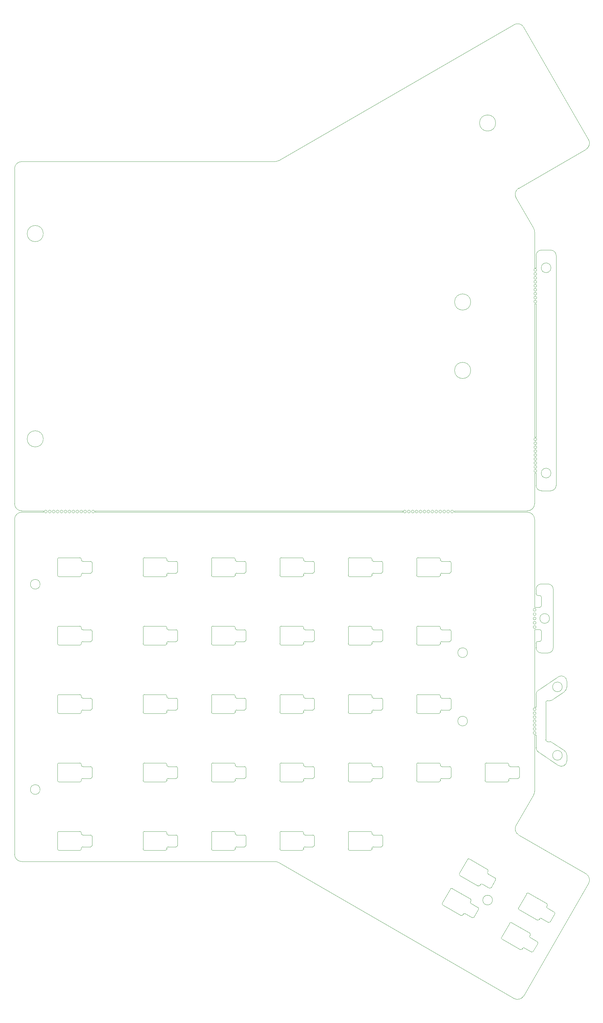
<source format=gm1>
G04 #@! TF.GenerationSoftware,KiCad,Pcbnew,(5.0.2)-1*
G04 #@! TF.CreationDate,2019-04-21T02:01:40-04:00*
G04 #@! TF.ProjectId,Zen2,5a656e32-2e6b-4696-9361-645f70636258,rev?*
G04 #@! TF.SameCoordinates,Original*
G04 #@! TF.FileFunction,Profile,NP*
%FSLAX46Y46*%
G04 Gerber Fmt 4.6, Leading zero omitted, Abs format (unit mm)*
G04 Created by KiCad (PCBNEW (5.0.2)-1) date 4/21/2019 2:01:40 AM*
%MOMM*%
%LPD*%
G01*
G04 APERTURE LIST*
%ADD10C,0.100000*%
G04 APERTURE END LIST*
D10*
X148558500Y-188000000D02*
X148558500Y-187800000D01*
X142358500Y-188400000D02*
G75*
G02X141958500Y-188000000I0J400000D01*
G01*
X148558500Y-187800000D02*
G75*
G02X148958500Y-187400000I400000J0D01*
G01*
X148558500Y-188000000D02*
G75*
G02X148158500Y-188400000I-400000J0D01*
G01*
X142358500Y-188400000D02*
X148158500Y-188400000D01*
X151158500Y-165050000D02*
G75*
G02X151558500Y-165450000I0J-400000D01*
G01*
X175368500Y-148900000D02*
X175368500Y-146400000D01*
X142358500Y-150300000D02*
X148158500Y-150300000D01*
X151158500Y-184100000D02*
G75*
G02X151558500Y-184500000I0J-400000D01*
G01*
X151158500Y-184100000D02*
X148958500Y-184100000D01*
X148558500Y-183700000D02*
X148558500Y-183500000D01*
X148158500Y-183100000D02*
G75*
G02X148558500Y-183500000I0J-400000D01*
G01*
X148158500Y-164050000D02*
X142358500Y-164050000D01*
X151158500Y-165050000D02*
X148958500Y-165050000D01*
X151158500Y-146000000D02*
G75*
G02X151558500Y-146400000I0J-400000D01*
G01*
X171968500Y-145000000D02*
X166168500Y-145000000D01*
X148558500Y-168950000D02*
G75*
G02X148158500Y-169350000I-400000J0D01*
G01*
X151558500Y-167950000D02*
G75*
G02X151158500Y-168350000I-400000J0D01*
G01*
X148558500Y-164650000D02*
X148558500Y-164450000D01*
X148158500Y-164050000D02*
G75*
G02X148558500Y-164450000I0J-400000D01*
G01*
X141958500Y-145400000D02*
G75*
G02X142358500Y-145000000I400000J0D01*
G01*
X166168500Y-150300000D02*
G75*
G02X165768500Y-149900000I0J400000D01*
G01*
X151558500Y-148900000D02*
G75*
G02X151158500Y-149300000I-400000J0D01*
G01*
X148958500Y-146000000D02*
G75*
G02X148558500Y-145600000I0J400000D01*
G01*
X172368500Y-149900000D02*
X172368500Y-149700000D01*
X165768500Y-145400000D02*
X165768500Y-149900000D01*
X148158500Y-145000000D02*
G75*
G02X148558500Y-145400000I0J-400000D01*
G01*
X165768500Y-145400000D02*
G75*
G02X166168500Y-145000000I400000J0D01*
G01*
X229118500Y-202150000D02*
X223318500Y-202150000D01*
X223318500Y-207450000D02*
X229118500Y-207450000D01*
X141958500Y-164450000D02*
G75*
G02X142358500Y-164050000I400000J0D01*
G01*
X148558500Y-145600000D02*
X148558500Y-145400000D01*
X171968500Y-145000000D02*
G75*
G02X172368500Y-145400000I0J-400000D01*
G01*
X148558500Y-149900000D02*
X148558500Y-149700000D01*
X151158500Y-146000000D02*
X148958500Y-146000000D01*
X172368500Y-149700000D02*
G75*
G02X172768500Y-149300000I400000J0D01*
G01*
X148958500Y-149300000D02*
X151158500Y-149300000D01*
X142358500Y-169350000D02*
G75*
G02X141958500Y-168950000I0J400000D01*
G01*
X148558500Y-168950000D02*
X148558500Y-168750000D01*
X151558500Y-167950000D02*
X151558500Y-165450000D01*
X166168500Y-150300000D02*
X171968500Y-150300000D01*
X174968500Y-146000000D02*
X172768500Y-146000000D01*
X172368500Y-145600000D02*
X172368500Y-145400000D01*
X141958500Y-164450000D02*
X141958500Y-168950000D01*
X142358500Y-169350000D02*
X148158500Y-169350000D01*
X229518500Y-206850000D02*
G75*
G02X229918500Y-206450000I400000J0D01*
G01*
X148958500Y-168350000D02*
X151158500Y-168350000D01*
X148558500Y-168750000D02*
G75*
G02X148958500Y-168350000I400000J0D01*
G01*
X148558500Y-149700000D02*
G75*
G02X148958500Y-149300000I400000J0D01*
G01*
X148558500Y-149900000D02*
G75*
G02X148158500Y-150300000I-400000J0D01*
G01*
X229518500Y-207050000D02*
G75*
G02X229118500Y-207450000I-400000J0D01*
G01*
X148958500Y-165050000D02*
G75*
G02X148558500Y-164650000I0J400000D01*
G01*
X141958500Y-145400000D02*
X141958500Y-149900000D01*
X142358500Y-150300000D02*
G75*
G02X141958500Y-149900000I0J400000D01*
G01*
X229518500Y-207050000D02*
X229518500Y-206850000D01*
X151558500Y-148900000D02*
X151558500Y-146400000D01*
X148958500Y-187400000D02*
X151158500Y-187400000D01*
X172768500Y-146000000D02*
G75*
G02X172368500Y-145600000I0J400000D01*
G01*
X222918500Y-202550000D02*
G75*
G02X223318500Y-202150000I400000J0D01*
G01*
X174968500Y-146000000D02*
G75*
G02X175368500Y-146400000I0J-400000D01*
G01*
X151558500Y-187000000D02*
G75*
G02X151158500Y-187400000I-400000J0D01*
G01*
X151558500Y-187000000D02*
X151558500Y-184500000D01*
X148958500Y-184100000D02*
G75*
G02X148558500Y-183700000I0J400000D01*
G01*
X172768500Y-149300000D02*
X174968500Y-149300000D01*
X148158500Y-145000000D02*
X142358500Y-145000000D01*
X222918500Y-202550000D02*
X222918500Y-207050000D01*
X172368500Y-149900000D02*
G75*
G02X171968500Y-150300000I-400000J0D01*
G01*
X223318500Y-207450000D02*
G75*
G02X222918500Y-207050000I0J400000D01*
G01*
X175368500Y-148900000D02*
G75*
G02X174968500Y-149300000I-400000J0D01*
G01*
X213068500Y-203150000D02*
X210868500Y-203150000D01*
X148958500Y-126950000D02*
G75*
G02X148558500Y-126550000I0J400000D01*
G01*
X229518500Y-202750000D02*
X229518500Y-202550000D01*
X229918500Y-206450000D02*
X232118500Y-206450000D01*
X232518500Y-206050000D02*
G75*
G02X232118500Y-206450000I-400000J0D01*
G01*
X210068500Y-202150000D02*
G75*
G02X210468500Y-202550000I0J-400000D01*
G01*
X203868500Y-202550000D02*
G75*
G02X204268500Y-202150000I400000J0D01*
G01*
X148558500Y-130650000D02*
G75*
G02X148958500Y-130250000I400000J0D01*
G01*
X151158500Y-126950000D02*
X148958500Y-126950000D01*
X166168500Y-207450000D02*
G75*
G02X165768500Y-207050000I0J400000D01*
G01*
X232518500Y-206050000D02*
X232518500Y-203550000D01*
X232118500Y-203150000D02*
G75*
G02X232518500Y-203550000I0J-400000D01*
G01*
X204268500Y-207450000D02*
G75*
G02X203868500Y-207050000I0J400000D01*
G01*
X191818500Y-206450000D02*
X194018500Y-206450000D01*
X148158500Y-125950000D02*
G75*
G02X148558500Y-126350000I0J-400000D01*
G01*
X172368500Y-207050000D02*
G75*
G02X171968500Y-207450000I-400000J0D01*
G01*
X191418500Y-207050000D02*
X191418500Y-206850000D01*
X232118500Y-203150000D02*
X229918500Y-203150000D01*
X229918500Y-203150000D02*
G75*
G02X229518500Y-202750000I0J400000D01*
G01*
X184818500Y-202550000D02*
G75*
G02X185218500Y-202150000I400000J0D01*
G01*
X191418500Y-206850000D02*
G75*
G02X191818500Y-206450000I400000J0D01*
G01*
X210468500Y-207050000D02*
X210468500Y-206850000D01*
X194018500Y-203150000D02*
X191818500Y-203150000D01*
X213468500Y-206050000D02*
X213468500Y-203550000D01*
X191418500Y-207050000D02*
G75*
G02X191018500Y-207450000I-400000J0D01*
G01*
X229118500Y-202150000D02*
G75*
G02X229518500Y-202550000I0J-400000D01*
G01*
X185218500Y-207450000D02*
X191018500Y-207450000D01*
X166168500Y-207450000D02*
X171968500Y-207450000D01*
X151558500Y-129850000D02*
G75*
G02X151158500Y-130250000I-400000J0D01*
G01*
X172368500Y-206850000D02*
G75*
G02X172768500Y-206450000I400000J0D01*
G01*
X210068500Y-202150000D02*
X204268500Y-202150000D01*
X204268500Y-207450000D02*
X210068500Y-207450000D01*
X210468500Y-202750000D02*
X210468500Y-202550000D01*
X184818500Y-202550000D02*
X184818500Y-207050000D01*
X191818500Y-203150000D02*
G75*
G02X191418500Y-202750000I0J400000D01*
G01*
X194418500Y-206050000D02*
X194418500Y-203550000D01*
X194018500Y-203150000D02*
G75*
G02X194418500Y-203550000I0J-400000D01*
G01*
X213068500Y-203150000D02*
G75*
G02X213468500Y-203550000I0J-400000D01*
G01*
X210868500Y-203150000D02*
G75*
G02X210468500Y-202750000I0J400000D01*
G01*
X141958500Y-126350000D02*
X141958500Y-130850000D01*
X191018500Y-202150000D02*
X185218500Y-202150000D01*
X185218500Y-207450000D02*
G75*
G02X184818500Y-207050000I0J400000D01*
G01*
X191418500Y-202750000D02*
X191418500Y-202550000D01*
X148558500Y-130850000D02*
G75*
G02X148158500Y-131250000I-400000J0D01*
G01*
X142358500Y-131250000D02*
G75*
G02X141958500Y-130850000I0J400000D01*
G01*
X165768500Y-202550000D02*
G75*
G02X166168500Y-202150000I400000J0D01*
G01*
X171968500Y-202150000D02*
X166168500Y-202150000D01*
X165768500Y-202550000D02*
X165768500Y-207050000D01*
X141958500Y-126350000D02*
G75*
G02X142358500Y-125950000I400000J0D01*
G01*
X151558500Y-129850000D02*
X151558500Y-127350000D01*
X172368500Y-207050000D02*
X172368500Y-206850000D01*
X210468500Y-207050000D02*
G75*
G02X210068500Y-207450000I-400000J0D01*
G01*
X148158500Y-125950000D02*
X142358500Y-125950000D01*
X142358500Y-131250000D02*
X148158500Y-131250000D01*
X151158500Y-126950000D02*
G75*
G02X151558500Y-127350000I0J-400000D01*
G01*
X203868500Y-202550000D02*
X203868500Y-207050000D01*
X213468500Y-206050000D02*
G75*
G02X213068500Y-206450000I-400000J0D01*
G01*
X194418500Y-206050000D02*
G75*
G02X194018500Y-206450000I-400000J0D01*
G01*
X191018500Y-202150000D02*
G75*
G02X191418500Y-202550000I0J-400000D01*
G01*
X148558500Y-130850000D02*
X148558500Y-130650000D01*
X210868500Y-206450000D02*
X213068500Y-206450000D01*
X148958500Y-130250000D02*
X151158500Y-130250000D01*
X210468500Y-206850000D02*
G75*
G02X210868500Y-206450000I400000J0D01*
G01*
X148558500Y-126550000D02*
X148558500Y-126350000D01*
X257148260Y-222209179D02*
G75*
G02X257001850Y-221662769I200000J346410D01*
G01*
X148158500Y-202150000D02*
X142358500Y-202150000D01*
X148158500Y-202150000D02*
G75*
G02X148558500Y-202550000I0J-400000D01*
G01*
X141958500Y-183500000D02*
G75*
G02X142358500Y-183100000I400000J0D01*
G01*
X276099635Y-226684436D02*
G75*
G02X275553224Y-226830847I-346411J200000D01*
G01*
X151558500Y-206050000D02*
G75*
G02X151158500Y-206450000I-400000J0D01*
G01*
X148958500Y-203150000D02*
G75*
G02X148558500Y-202750000I0J400000D01*
G01*
X278203224Y-222240912D02*
X273180277Y-219340912D01*
X272633867Y-219487322D02*
G75*
G02X273180277Y-219340912I346410J-200000D01*
G01*
X273453224Y-230468153D02*
X268430277Y-227568153D01*
X272633867Y-219487322D02*
X270383867Y-223384436D01*
X270530277Y-223930847D02*
X275553224Y-226830847D01*
X257001850Y-221662769D02*
X257101850Y-221489564D01*
X276746044Y-226364821D02*
X278651300Y-227464821D01*
X273499634Y-231187769D02*
X273599634Y-231014564D01*
X251386083Y-218189564D02*
X249136083Y-222086678D01*
X151158500Y-203150000D02*
X148958500Y-203150000D01*
X265780277Y-232158088D02*
X270803224Y-235058088D01*
X271349634Y-234911678D02*
G75*
G02X270803224Y-235058088I-346410J200000D01*
G01*
X259053516Y-223309179D02*
X257148260Y-222209179D01*
X142358500Y-207450000D02*
X148158500Y-207450000D01*
X255498260Y-225067063D02*
X257403516Y-226167063D01*
X276099634Y-226684436D02*
X276199634Y-226511231D01*
X148958500Y-206450000D02*
X151158500Y-206450000D01*
X276199634Y-226511231D02*
G75*
G02X276746044Y-226364821I346410J-200000D01*
G01*
X274447711Y-235545652D02*
G75*
G02X273901300Y-235692063I-346411J200000D01*
G01*
X267883867Y-227714564D02*
X265633867Y-231611678D01*
X254851850Y-225386678D02*
X254951850Y-225213473D01*
X256955440Y-220943154D02*
G75*
G02X257101850Y-221489564I-200000J-346410D01*
G01*
X148158500Y-183100000D02*
X142358500Y-183100000D01*
X151158500Y-203150000D02*
G75*
G02X151558500Y-203550000I0J-400000D01*
G01*
X256955440Y-220943153D02*
X251932493Y-218043153D01*
X265780277Y-232158088D02*
G75*
G02X265633867Y-231611678I200000J346410D01*
G01*
X148558500Y-206850000D02*
G75*
G02X148958500Y-206450000I400000J0D01*
G01*
X141958500Y-202550000D02*
X141958500Y-207050000D01*
X142358500Y-207450000D02*
G75*
G02X141958500Y-207050000I0J400000D01*
G01*
X273453224Y-230468154D02*
G75*
G02X273599634Y-231014564I-200000J-346410D01*
G01*
X271449634Y-234738473D02*
G75*
G02X271996044Y-234592063I346410J-200000D01*
G01*
X257949927Y-226020652D02*
G75*
G02X257403516Y-226167063I-346411J200000D01*
G01*
X275551300Y-232834179D02*
G75*
G02X275697710Y-233380589I-200000J-346410D01*
G01*
X141958500Y-202550000D02*
G75*
G02X142358500Y-202150000I400000J0D01*
G01*
X151558500Y-206050000D02*
X151558500Y-203550000D01*
X148558500Y-202750000D02*
X148558500Y-202550000D01*
X141958500Y-183500000D02*
X141958500Y-188000000D01*
X278396044Y-223506937D02*
G75*
G02X278249634Y-222960527I200000J346410D01*
G01*
X278249634Y-222960527D02*
X278349634Y-222787322D01*
X278203224Y-222240912D02*
G75*
G02X278349634Y-222787322I-200000J-346410D01*
G01*
X270530277Y-223930846D02*
G75*
G02X270383867Y-223384436I200000J346410D01*
G01*
X274447710Y-235545652D02*
X275697710Y-233380589D01*
X267883866Y-227714564D02*
G75*
G02X268430277Y-227568153I346411J-200000D01*
G01*
X257949927Y-226020652D02*
X259199927Y-223855589D01*
X148558500Y-207050000D02*
G75*
G02X148158500Y-207450000I-400000J0D01*
G01*
X259053516Y-223309178D02*
G75*
G02X259199927Y-223855589I-200000J-346411D01*
G01*
X249282493Y-222633088D02*
G75*
G02X249136083Y-222086678I200000J346410D01*
G01*
X251386082Y-218189564D02*
G75*
G02X251932493Y-218043153I346411J-200000D01*
G01*
X279197710Y-227318411D02*
G75*
G02X278651300Y-227464821I-346410J200000D01*
G01*
X271996044Y-234592063D02*
X273901300Y-235692063D01*
X249282493Y-222633088D02*
X254305440Y-225533088D01*
X254951850Y-225213473D02*
G75*
G02X255498260Y-225067063I346410J-200000D01*
G01*
X148558500Y-207050000D02*
X148558500Y-206850000D01*
X271349634Y-234911678D02*
X271449634Y-234738473D01*
X254851850Y-225386678D02*
G75*
G02X254305440Y-225533088I-346410J200000D01*
G01*
X275551300Y-232834179D02*
X273646044Y-231734179D01*
X273646044Y-231734179D02*
G75*
G02X273499634Y-231187769I200000J346410D01*
G01*
X129968500Y-17668750D02*
G75*
G02X131968500Y-15668750I2000000J0D01*
G01*
X274843500Y-175350000D02*
X275243500Y-175350000D01*
X274843500Y-102393750D02*
X274843500Y-110918750D01*
X289139809Y-213948190D02*
G75*
G02X289871860Y-216680241I-1000000J-1732051D01*
G01*
X274843500Y-175350000D02*
X274843500Y-190964102D01*
X129968500Y-115300000D02*
X129968500Y-208550000D01*
X131968500Y-113300000D02*
X138056000Y-113300000D01*
X275243500Y-168150000D02*
G75*
G03X275243500Y-168150000I-400000J0D01*
G01*
X131968500Y-15668750D02*
X202518072Y-15668750D01*
X275243500Y-41818750D02*
G75*
G02X276743500Y-40318750I1500000J0D01*
G01*
X275243500Y-144075000D02*
G75*
G03X275243500Y-144075000I-400000J0D01*
G01*
X276743500Y-107318750D02*
G75*
G02X275243500Y-105818750I0J1500000D01*
G01*
X274843500Y-190964102D02*
G75*
G02X274575551Y-191964102I-2000000J0D01*
G01*
X269697226Y-25805141D02*
X274575551Y-34254648D01*
X276743500Y-107318750D02*
X279343500Y-107318750D01*
X275243500Y-169250000D02*
G75*
G03X275243500Y-169250000I-400000J0D01*
G01*
X275243500Y-145275000D02*
G75*
G03X275243500Y-145275000I-400000J0D01*
G01*
X275243500Y-142875000D02*
G75*
G03X275243500Y-142875000I-400000J0D01*
G01*
X271821860Y-247943759D02*
X289871860Y-216680241D01*
X289871859Y-9538509D02*
G75*
G02X289139809Y-12270559I-1732050J-1000000D01*
G01*
X275243500Y-173650000D02*
G75*
G03X275243500Y-173650000I-400000J0D01*
G01*
X271821859Y-247943759D02*
G75*
G02X269089809Y-248675809I-1732050J1000000D01*
G01*
X203518072Y-210817949D02*
X269089809Y-248675809D01*
X129968500Y-110918750D02*
X129968500Y-17668750D01*
X275243500Y-172550000D02*
G75*
G03X275243500Y-172550000I-400000J0D01*
G01*
X131968500Y-210550000D02*
G75*
G02X129968500Y-208550000I0J2000000D01*
G01*
X275243500Y-170350000D02*
G75*
G03X275243500Y-170350000I-400000J0D01*
G01*
X138056000Y-112918750D02*
X131968500Y-112918750D01*
X275911450Y-180091434D02*
G75*
G02X275243500Y-178843359I832050J1248075D01*
G01*
X275243500Y-45243750D02*
X274843500Y-45243750D01*
X279343500Y-40318750D02*
G75*
G02X280843500Y-41818750I0J-1500000D01*
G01*
X275243500Y-175350000D02*
X275243500Y-178843359D01*
X138056000Y-112918750D02*
X138056000Y-113300000D01*
X274575551Y-191964102D02*
X269697226Y-200413609D01*
X271821860Y21725009D02*
X289871860Y-9538509D01*
X270429276Y-203145659D02*
G75*
G02X269697226Y-200413609I1000000J1732050D01*
G01*
X289139809Y-213948191D02*
X270429276Y-203145659D01*
X274575551Y-34254648D02*
G75*
G02X274843500Y-35254648I-1732051J-1000000D01*
G01*
X202518072Y-210550000D02*
G75*
G02X203518072Y-210817949I0J-2000000D01*
G01*
X131968500Y-210550000D02*
X202518072Y-210550000D01*
X129968500Y-115300000D02*
G75*
G02X131968500Y-113300000I2000000J0D01*
G01*
X203518072Y-15400801D02*
G75*
G02X202518072Y-15668750I-1000000J1732051D01*
G01*
X280843500Y-105818750D02*
G75*
G02X279343500Y-107318750I-1500000J0D01*
G01*
X280843500Y-105818750D02*
X280843500Y-41818750D01*
X275243500Y-102393750D02*
X275243500Y-105818750D01*
X289139809Y-12270559D02*
X270429276Y-23073091D01*
X275443500Y-101793750D02*
G75*
G03X275443500Y-101793750I-400000J0D01*
G01*
X275243500Y-174750000D02*
G75*
G03X275243500Y-174750000I-400000J0D01*
G01*
X275243500Y-171450000D02*
G75*
G03X275243500Y-171450000I-400000J0D01*
G01*
X275243500Y-41818750D02*
X275243500Y-45243750D01*
X203518072Y-15400801D02*
X269089809Y22457059D01*
X269697226Y-25805141D02*
G75*
G02X270429276Y-23073091I1732050J1000000D01*
G01*
X274843500Y-102393750D02*
X275243500Y-102393750D01*
X274843500Y-35254648D02*
X274843500Y-45243750D01*
X131968500Y-112918750D02*
G75*
G02X129968500Y-110918750I0J2000000D01*
G01*
X269089809Y22457060D02*
G75*
G02X271821860Y21725009I1000000J-1732051D01*
G01*
X279343500Y-40318750D02*
X276743500Y-40318750D01*
X174968500Y-165050000D02*
X172768500Y-165050000D01*
X142356000Y-113109375D02*
G75*
G03X142356000Y-113109375I-400000J0D01*
G01*
X243468500Y-113109375D02*
G75*
G03X243468500Y-113109375I-400000J0D01*
G01*
X172368500Y-188000000D02*
G75*
G02X171968500Y-188400000I-400000J0D01*
G01*
X172368500Y-188000000D02*
X172368500Y-187800000D01*
X175368500Y-187000000D02*
X175368500Y-184500000D01*
X172368500Y-168950000D02*
X172368500Y-168750000D01*
X146756000Y-113109375D02*
G75*
G03X146756000Y-113109375I-400000J0D01*
G01*
X150056000Y-113109375D02*
G75*
G03X150056000Y-113109375I-400000J0D01*
G01*
X171968500Y-164050000D02*
X166168500Y-164050000D01*
X172368500Y-183700000D02*
X172368500Y-183500000D01*
X171968500Y-183100000D02*
G75*
G02X172368500Y-183500000I0J-400000D01*
G01*
X165768500Y-164450000D02*
G75*
G02X166168500Y-164050000I400000J0D01*
G01*
X166168500Y-169350000D02*
X171968500Y-169350000D01*
X172368500Y-168750000D02*
G75*
G02X172768500Y-168350000I400000J0D01*
G01*
X172768500Y-165050000D02*
G75*
G02X172368500Y-164650000I0J400000D01*
G01*
X239068500Y-113109375D02*
G75*
G03X239068500Y-113109375I-400000J0D01*
G01*
X247868500Y-113109375D02*
G75*
G03X247868500Y-113109375I-400000J0D01*
G01*
X250068500Y-113109375D02*
G75*
G03X250068500Y-113109375I-400000J0D01*
G01*
X248968500Y-113109375D02*
G75*
G03X248968500Y-113109375I-400000J0D01*
G01*
X251168500Y-113109375D02*
G75*
G03X251168500Y-113109375I-400000J0D01*
G01*
X172368500Y-168950000D02*
G75*
G02X171968500Y-169350000I-400000J0D01*
G01*
X141256000Y-113109375D02*
G75*
G03X141256000Y-113109375I-400000J0D01*
G01*
X152256000Y-113109375D02*
G75*
G03X152256000Y-113109375I-400000J0D01*
G01*
X165768500Y-164450000D02*
X165768500Y-168950000D01*
X172768500Y-206450000D02*
X174968500Y-206450000D01*
X174968500Y-203150000D02*
X172768500Y-203150000D01*
X172768500Y-187400000D02*
X174968500Y-187400000D01*
X166168500Y-188400000D02*
X171968500Y-188400000D01*
X147856000Y-113109375D02*
G75*
G03X147856000Y-113109375I-400000J0D01*
G01*
X175368500Y-187000000D02*
G75*
G02X174968500Y-187400000I-400000J0D01*
G01*
X174968500Y-184100000D02*
G75*
G02X175368500Y-184500000I0J-400000D01*
G01*
X175368500Y-167950000D02*
G75*
G02X174968500Y-168350000I-400000J0D01*
G01*
X172368500Y-164650000D02*
X172368500Y-164450000D01*
X245668500Y-113109375D02*
G75*
G03X245668500Y-113109375I-400000J0D01*
G01*
X175368500Y-206050000D02*
G75*
G02X174968500Y-206450000I-400000J0D01*
G01*
X175368500Y-167950000D02*
X175368500Y-165450000D01*
X175368500Y-206050000D02*
X175368500Y-203550000D01*
X172368500Y-187800000D02*
G75*
G02X172768500Y-187400000I400000J0D01*
G01*
X140156000Y-113109375D02*
G75*
G03X140156000Y-113109375I-400000J0D01*
G01*
X171968500Y-164050000D02*
G75*
G02X172368500Y-164450000I0J-400000D01*
G01*
X174968500Y-203150000D02*
G75*
G02X175368500Y-203550000I0J-400000D01*
G01*
X144556000Y-113109375D02*
G75*
G03X144556000Y-113109375I-400000J0D01*
G01*
X172768500Y-203150000D02*
G75*
G02X172368500Y-202750000I0J400000D01*
G01*
X172368500Y-202750000D02*
X172368500Y-202550000D01*
X171968500Y-202150000D02*
G75*
G02X172368500Y-202550000I0J-400000D01*
G01*
X171968500Y-183100000D02*
X166168500Y-183100000D01*
X165768500Y-183500000D02*
G75*
G02X166168500Y-183100000I400000J0D01*
G01*
X172768500Y-184100000D02*
G75*
G02X172368500Y-183700000I0J400000D01*
G01*
X143456000Y-113109375D02*
G75*
G03X143456000Y-113109375I-400000J0D01*
G01*
X151156000Y-113109375D02*
G75*
G03X151156000Y-113109375I-400000J0D01*
G01*
X148956000Y-113109375D02*
G75*
G03X148956000Y-113109375I-400000J0D01*
G01*
X172768500Y-168350000D02*
X174968500Y-168350000D01*
X241268500Y-113109375D02*
G75*
G03X241268500Y-113109375I-400000J0D01*
G01*
X246768500Y-113109375D02*
G75*
G03X246768500Y-113109375I-400000J0D01*
G01*
X240168500Y-113109375D02*
G75*
G03X240168500Y-113109375I-400000J0D01*
G01*
X244568500Y-113109375D02*
G75*
G03X244568500Y-113109375I-400000J0D01*
G01*
X174968500Y-184100000D02*
X172768500Y-184100000D01*
X174968500Y-165050000D02*
G75*
G02X175368500Y-165450000I0J-400000D01*
G01*
X165768500Y-183500000D02*
X165768500Y-188000000D01*
X145656000Y-113109375D02*
G75*
G03X145656000Y-113109375I-400000J0D01*
G01*
X166168500Y-169350000D02*
G75*
G02X165768500Y-168950000I0J400000D01*
G01*
X166168500Y-188400000D02*
G75*
G02X165768500Y-188000000I0J400000D01*
G01*
X242368500Y-113109375D02*
G75*
G03X242368500Y-113109375I-400000J0D01*
G01*
X252468500Y-113300000D02*
X252468500Y-112918750D01*
X276743500Y-139275000D02*
G75*
G02X276243500Y-139775000I-500000J0D01*
G01*
X278543500Y-133255000D02*
G75*
G02X280043500Y-134755000I0J-1500000D01*
G01*
X275243500Y-134755000D02*
G75*
G02X276743500Y-133255000I1500000J0D01*
G01*
X280043500Y-150995000D02*
G75*
G02X278543500Y-152495000I-1500000J0D01*
G01*
X275243500Y-149775000D02*
G75*
G02X275743500Y-149275000I500000J0D01*
G01*
X283803499Y-161978038D02*
G75*
G02X283135550Y-163226113I-1499999J0D01*
G01*
X279475682Y-165666025D02*
G75*
G02X279198332Y-165750000I-277350J416025D01*
G01*
X252268500Y-113109375D02*
G75*
G03X252268500Y-113109375I-400000J0D01*
G01*
X283803500Y-182550025D02*
X283803500Y-180921962D01*
X139056000Y-113109375D02*
G75*
G03X139056000Y-113109375I-400000J0D01*
G01*
X275243500Y-55243750D02*
X275243500Y-92393750D01*
X274843500Y-55243750D02*
X275243500Y-55243750D01*
X274843500Y-55243750D02*
X274843500Y-92393750D01*
X137981000Y-92868750D02*
G75*
G03X137981000Y-92868750I-2250000J0D01*
G01*
X274843500Y-145975000D02*
X276243500Y-145975000D01*
X275743500Y-136475000D02*
X276243500Y-136475000D01*
X276243500Y-149275000D02*
X275743500Y-149275000D01*
X277943500Y-176650000D02*
X277943500Y-166250000D01*
X275243500Y-134755000D02*
X275243500Y-135975000D01*
X277943500Y-166250000D02*
G75*
G02X278443500Y-165750000I500000J0D01*
G01*
X275243500Y-92393750D02*
X274843500Y-92393750D01*
X263101000Y-221287000D02*
G75*
G03X263101000Y-221287000I-1350000J0D01*
G01*
X256143500Y-152400000D02*
G75*
G03X256143500Y-152400000I-1350000J0D01*
G01*
X257043500Y-54768750D02*
G75*
G03X257043500Y-54768750I-2250000J0D01*
G01*
X274843500Y-110918750D02*
G75*
G02X272843500Y-112918750I-2000000J0D01*
G01*
X252468500Y-113300000D02*
X272843500Y-113300000D01*
X275743500Y-136475000D02*
G75*
G02X275243500Y-135975000I0J500000D01*
G01*
X278543500Y-133255000D02*
X276743500Y-133255000D01*
X279198332Y-177150000D02*
X278443500Y-177150000D01*
X283803500Y-161978038D02*
X283803500Y-160349975D01*
X281471450Y-159101900D02*
G75*
G02X283803500Y-160349975I832050J-1248075D01*
G01*
X256143500Y-171450000D02*
G75*
G03X256143500Y-171450000I-1350000J0D01*
G01*
X274843500Y-145975000D02*
X274843500Y-167550000D01*
X137081000Y-190500000D02*
G75*
G03X137081000Y-190500000I-1350000J0D01*
G01*
X278443500Y-177150000D02*
G75*
G02X277943500Y-176650000I0J500000D01*
G01*
X137081000Y-133350000D02*
G75*
G03X137081000Y-133350000I-1350000J0D01*
G01*
X264001000Y-4931750D02*
G75*
G03X264001000Y-4931750I-2250000J0D01*
G01*
X283135550Y-179673887D02*
X279475682Y-177233975D01*
X275243500Y-164056641D02*
X275243500Y-167550000D01*
X257043500Y-73818750D02*
G75*
G03X257043500Y-73818750I-2250000J0D01*
G01*
X276243500Y-139775000D02*
X274843500Y-139775000D01*
X276743500Y-152495000D02*
X278543500Y-152495000D01*
X275243501Y-164056641D02*
G75*
G02X275911450Y-162808566I1499999J0D01*
G01*
X276743500Y-152495000D02*
G75*
G02X275243500Y-150995000I0J1500000D01*
G01*
X279475682Y-165666025D02*
X283135550Y-163226113D01*
X137981000Y-35718750D02*
G75*
G03X137981000Y-35718750I-2250000J0D01*
G01*
X272843500Y-113300000D02*
G75*
G02X274843500Y-115300000I0J-2000000D01*
G01*
X276743500Y-136975000D02*
X276743500Y-139275000D01*
X275243500Y-149775000D02*
X275243500Y-150995000D01*
X275243500Y-167550000D02*
X274843500Y-167550000D01*
X279198332Y-177150000D02*
G75*
G02X279475682Y-177233975I0J-500000D01*
G01*
X276243500Y-136475000D02*
G75*
G02X276743500Y-136975000I0J-500000D01*
G01*
X276743500Y-148775000D02*
G75*
G02X276243500Y-149275000I-500000J0D01*
G01*
X276243500Y-145975000D02*
G75*
G02X276743500Y-146475000I0J-500000D01*
G01*
X280043500Y-150995000D02*
X280043500Y-134755000D01*
X276743500Y-146475000D02*
X276743500Y-148775000D01*
X281471450Y-159101899D02*
X275911450Y-162808566D01*
X283135550Y-179673887D02*
G75*
G02X283803500Y-180921962I-832050J-1248075D01*
G01*
X283803500Y-182550024D02*
G75*
G02X281471450Y-183798101I-1500000J-1D01*
G01*
X274843500Y-115300000D02*
X274843500Y-139775000D01*
X278443500Y-165750000D02*
X279198332Y-165750000D01*
X275911450Y-180091434D02*
X281471450Y-183798101D01*
X272843500Y-112918750D02*
X252468500Y-112918750D01*
X191018500Y-164050000D02*
G75*
G02X191418500Y-164450000I0J-400000D01*
G01*
X203868500Y-164450000D02*
X203868500Y-168950000D01*
X203868500Y-164450000D02*
G75*
G02X204268500Y-164050000I400000J0D01*
G01*
X191418500Y-164650000D02*
X191418500Y-164450000D01*
X210068500Y-164050000D02*
X204268500Y-164050000D01*
X251168500Y-165050000D02*
G75*
G02X251568500Y-165450000I0J-400000D01*
G01*
X229918500Y-168350000D02*
X232118500Y-168350000D01*
X213068500Y-165050000D02*
G75*
G02X213468500Y-165450000I0J-400000D01*
G01*
X229518500Y-168750000D02*
G75*
G02X229918500Y-168350000I400000J0D01*
G01*
X248168500Y-164050000D02*
X242368500Y-164050000D01*
X248568500Y-168750000D02*
G75*
G02X248968500Y-168350000I400000J0D01*
G01*
X203868500Y-183500000D02*
X203868500Y-188000000D01*
X184818500Y-183500000D02*
X184818500Y-188000000D01*
X191418500Y-183700000D02*
X191418500Y-183500000D01*
X191418500Y-187800000D02*
G75*
G02X191818500Y-187400000I400000J0D01*
G01*
X229118500Y-164050000D02*
X223318500Y-164050000D01*
X194418500Y-187000000D02*
X194418500Y-184500000D01*
X213068500Y-165050000D02*
X210868500Y-165050000D01*
X223318500Y-169350000D02*
G75*
G02X222918500Y-168950000I0J400000D01*
G01*
X251168500Y-165050000D02*
X248968500Y-165050000D01*
X232518500Y-167950000D02*
X232518500Y-165450000D01*
X232118500Y-165050000D02*
G75*
G02X232518500Y-165450000I0J-400000D01*
G01*
X185218500Y-188400000D02*
G75*
G02X184818500Y-188000000I0J400000D01*
G01*
X191418500Y-188000000D02*
G75*
G02X191018500Y-188400000I-400000J0D01*
G01*
X232118500Y-165050000D02*
X229918500Y-165050000D01*
X229518500Y-168950000D02*
X229518500Y-168750000D01*
X229518500Y-164650000D02*
X229518500Y-164450000D01*
X184818500Y-183500000D02*
G75*
G02X185218500Y-183100000I400000J0D01*
G01*
X210468500Y-168950000D02*
X210468500Y-168750000D01*
X210468500Y-168750000D02*
G75*
G02X210868500Y-168350000I400000J0D01*
G01*
X213468500Y-167950000D02*
G75*
G02X213068500Y-168350000I-400000J0D01*
G01*
X213468500Y-167950000D02*
X213468500Y-165450000D01*
X210868500Y-165050000D02*
G75*
G02X210468500Y-164650000I0J400000D01*
G01*
X191418500Y-188000000D02*
X191418500Y-187800000D01*
X248968500Y-165050000D02*
G75*
G02X248568500Y-164650000I0J400000D01*
G01*
X191818500Y-187400000D02*
X194018500Y-187400000D01*
X194018500Y-184100000D02*
G75*
G02X194418500Y-184500000I0J-400000D01*
G01*
X222918500Y-164450000D02*
G75*
G02X223318500Y-164050000I400000J0D01*
G01*
X229518500Y-168950000D02*
G75*
G02X229118500Y-169350000I-400000J0D01*
G01*
X241968500Y-164450000D02*
G75*
G02X242368500Y-164050000I400000J0D01*
G01*
X248568500Y-164650000D02*
X248568500Y-164450000D01*
X241968500Y-164450000D02*
X241968500Y-168950000D01*
X229118500Y-164050000D02*
G75*
G02X229518500Y-164450000I0J-400000D01*
G01*
X232518500Y-167950000D02*
G75*
G02X232118500Y-168350000I-400000J0D01*
G01*
X210468500Y-164650000D02*
X210468500Y-164450000D01*
X251568500Y-167950000D02*
X251568500Y-165450000D01*
X222918500Y-164450000D02*
X222918500Y-168950000D01*
X229918500Y-165050000D02*
G75*
G02X229518500Y-164650000I0J400000D01*
G01*
X203868500Y-183500000D02*
G75*
G02X204268500Y-183100000I400000J0D01*
G01*
X185218500Y-188400000D02*
X191018500Y-188400000D01*
X248968500Y-168350000D02*
X251168500Y-168350000D01*
X248568500Y-168950000D02*
G75*
G02X248168500Y-169350000I-400000J0D01*
G01*
X251568500Y-167950000D02*
G75*
G02X251168500Y-168350000I-400000J0D01*
G01*
X191018500Y-183100000D02*
G75*
G02X191418500Y-183500000I0J-400000D01*
G01*
X194418500Y-187000000D02*
G75*
G02X194018500Y-187400000I-400000J0D01*
G01*
X191818500Y-184100000D02*
G75*
G02X191418500Y-183700000I0J400000D01*
G01*
X210068500Y-183100000D02*
X204268500Y-183100000D01*
X204268500Y-169350000D02*
G75*
G02X203868500Y-168950000I0J400000D01*
G01*
X194018500Y-184100000D02*
X191818500Y-184100000D01*
X242368500Y-169350000D02*
G75*
G02X241968500Y-168950000I0J400000D01*
G01*
X204268500Y-169350000D02*
X210068500Y-169350000D01*
X210468500Y-168950000D02*
G75*
G02X210068500Y-169350000I-400000J0D01*
G01*
X210068500Y-164050000D02*
G75*
G02X210468500Y-164450000I0J-400000D01*
G01*
X248568500Y-168950000D02*
X248568500Y-168750000D01*
X248168500Y-164050000D02*
G75*
G02X248568500Y-164450000I0J-400000D01*
G01*
X191018500Y-183100000D02*
X185218500Y-183100000D01*
X223318500Y-169350000D02*
X229118500Y-169350000D01*
X210868500Y-168350000D02*
X213068500Y-168350000D01*
X242368500Y-169350000D02*
X248168500Y-169350000D01*
X210468500Y-187800000D02*
G75*
G02X210868500Y-187400000I400000J0D01*
G01*
X213468500Y-187000000D02*
X213468500Y-184500000D01*
X248568500Y-187800000D02*
G75*
G02X248968500Y-187400000I400000J0D01*
G01*
X213068500Y-184100000D02*
X210868500Y-184100000D01*
X248568500Y-183700000D02*
X248568500Y-183500000D01*
X280301300Y-224606937D02*
X278396044Y-223506937D01*
X242368500Y-188400000D02*
G75*
G02X241968500Y-188000000I0J400000D01*
G01*
X210868500Y-184100000D02*
G75*
G02X210468500Y-183700000I0J400000D01*
G01*
X210468500Y-183700000D02*
X210468500Y-183500000D01*
X222918500Y-183500000D02*
X222918500Y-188000000D01*
X210068500Y-183100000D02*
G75*
G02X210468500Y-183500000I0J-400000D01*
G01*
X232118500Y-184100000D02*
X229918500Y-184100000D01*
X248568500Y-188000000D02*
X248568500Y-187800000D01*
X229118500Y-183100000D02*
X223318500Y-183100000D01*
X222918500Y-183500000D02*
G75*
G02X223318500Y-183100000I400000J0D01*
G01*
X223318500Y-188400000D02*
X229118500Y-188400000D01*
X229518500Y-188000000D02*
G75*
G02X229118500Y-188400000I-400000J0D01*
G01*
X229918500Y-187400000D02*
X232118500Y-187400000D01*
X232518500Y-187000000D02*
G75*
G02X232118500Y-187400000I-400000J0D01*
G01*
X251568500Y-187000000D02*
G75*
G02X251168500Y-187400000I-400000J0D01*
G01*
X262699926Y-217793411D02*
G75*
G02X262153516Y-217939821I-346410J200000D01*
G01*
X232518500Y-187000000D02*
X232518500Y-184500000D01*
X229918500Y-184100000D02*
G75*
G02X229518500Y-183700000I0J400000D01*
G01*
X248168500Y-183100000D02*
X242368500Y-183100000D01*
X248968500Y-184100000D02*
G75*
G02X248568500Y-183700000I0J400000D01*
G01*
X241968500Y-183500000D02*
G75*
G02X242368500Y-183100000I400000J0D01*
G01*
X256136083Y-209962322D02*
G75*
G02X256682493Y-209815912I346410J-200000D01*
G01*
X241968500Y-183500000D02*
X241968500Y-188000000D01*
X261751850Y-213435527D02*
X261851850Y-213262322D01*
X261705440Y-212715912D02*
G75*
G02X261851850Y-213262322I-200000J-346410D01*
G01*
X242368500Y-188400000D02*
X248168500Y-188400000D01*
X248568500Y-188000000D02*
G75*
G02X248168500Y-188400000I-400000J0D01*
G01*
X248968500Y-187400000D02*
X251168500Y-187400000D01*
X251568500Y-187000000D02*
X251568500Y-184500000D01*
X261705440Y-212715912D02*
X256682493Y-209815912D01*
X259601850Y-217159436D02*
X259701850Y-216986231D01*
X279197710Y-227318411D02*
X280447710Y-225153348D01*
X256136083Y-209962322D02*
X253886083Y-213859436D01*
X259701850Y-216986231D02*
G75*
G02X260248260Y-216839821I346410J-200000D01*
G01*
X248168500Y-183100000D02*
G75*
G02X248568500Y-183500000I0J-400000D01*
G01*
X263803516Y-215081937D02*
G75*
G02X263949927Y-215628348I-200000J-346411D01*
G01*
X263803516Y-215081937D02*
X261898260Y-213981937D01*
X280301300Y-224606938D02*
G75*
G02X280447710Y-225153348I-200000J-346410D01*
G01*
X262699927Y-217793411D02*
X263949927Y-215628348D01*
X254032493Y-214405847D02*
X259055440Y-217305847D01*
X254032493Y-214405846D02*
G75*
G02X253886083Y-213859436I200000J346410D01*
G01*
X210468500Y-188000000D02*
X210468500Y-187800000D01*
X213068500Y-184100000D02*
G75*
G02X213468500Y-184500000I0J-400000D01*
G01*
X229518500Y-188000000D02*
X229518500Y-187800000D01*
X229518500Y-187800000D02*
G75*
G02X229918500Y-187400000I400000J0D01*
G01*
X229118500Y-183100000D02*
G75*
G02X229518500Y-183500000I0J-400000D01*
G01*
X223318500Y-188400000D02*
G75*
G02X222918500Y-188000000I0J400000D01*
G01*
X204268500Y-188400000D02*
G75*
G02X203868500Y-188000000I0J400000D01*
G01*
X251168500Y-184100000D02*
G75*
G02X251568500Y-184500000I0J-400000D01*
G01*
X260248260Y-216839821D02*
X262153516Y-217939821D01*
X204268500Y-188400000D02*
X210068500Y-188400000D01*
X259601851Y-217159436D02*
G75*
G02X259055440Y-217305847I-346411J200000D01*
G01*
X210868500Y-187400000D02*
X213068500Y-187400000D01*
X213468500Y-187000000D02*
G75*
G02X213068500Y-187400000I-400000J0D01*
G01*
X261898260Y-213981937D02*
G75*
G02X261751850Y-213435527I200000J346410D01*
G01*
X251168500Y-184100000D02*
X248968500Y-184100000D01*
X229518500Y-183700000D02*
X229518500Y-183500000D01*
X232118500Y-184100000D02*
G75*
G02X232518500Y-184500000I0J-400000D01*
G01*
X210468500Y-188000000D02*
G75*
G02X210068500Y-188400000I-400000J0D01*
G01*
X229518500Y-149900000D02*
X229518500Y-149700000D01*
X194018500Y-165050000D02*
G75*
G02X194418500Y-165450000I0J-400000D01*
G01*
X194018500Y-165050000D02*
X191818500Y-165050000D01*
X229918500Y-146000000D02*
G75*
G02X229518500Y-145600000I0J400000D01*
G01*
X184818500Y-164450000D02*
X184818500Y-168950000D01*
X251568500Y-148900000D02*
X251568500Y-146400000D01*
X194418500Y-167950000D02*
X194418500Y-165450000D01*
X251168500Y-146000000D02*
X248968500Y-146000000D01*
X229518500Y-149700000D02*
G75*
G02X229918500Y-149300000I400000J0D01*
G01*
X229518500Y-145600000D02*
X229518500Y-145400000D01*
X213468500Y-148900000D02*
X213468500Y-146400000D01*
X248168500Y-145000000D02*
G75*
G02X248568500Y-145400000I0J-400000D01*
G01*
X213068500Y-146000000D02*
X210868500Y-146000000D01*
X210868500Y-146000000D02*
G75*
G02X210468500Y-145600000I0J400000D01*
G01*
X229518500Y-149900000D02*
G75*
G02X229118500Y-150300000I-400000J0D01*
G01*
X251168500Y-146000000D02*
G75*
G02X251568500Y-146400000I0J-400000D01*
G01*
X184818500Y-164450000D02*
G75*
G02X185218500Y-164050000I400000J0D01*
G01*
X194418500Y-167950000D02*
G75*
G02X194018500Y-168350000I-400000J0D01*
G01*
X222918500Y-145400000D02*
X222918500Y-149900000D01*
X248568500Y-149900000D02*
G75*
G02X248168500Y-150300000I-400000J0D01*
G01*
X223318500Y-150300000D02*
G75*
G02X222918500Y-149900000I0J400000D01*
G01*
X232118500Y-146000000D02*
G75*
G02X232518500Y-146400000I0J-400000D01*
G01*
X248568500Y-149900000D02*
X248568500Y-149700000D01*
X185218500Y-169350000D02*
G75*
G02X184818500Y-168950000I0J400000D01*
G01*
X213068500Y-146000000D02*
G75*
G02X213468500Y-146400000I0J-400000D01*
G01*
X191418500Y-145600000D02*
X191418500Y-145400000D01*
X191018500Y-145000000D02*
G75*
G02X191418500Y-145400000I0J-400000D01*
G01*
X210068500Y-145000000D02*
X204268500Y-145000000D01*
X203868500Y-145400000D02*
G75*
G02X204268500Y-145000000I400000J0D01*
G01*
X204268500Y-150300000D02*
G75*
G02X203868500Y-149900000I0J400000D01*
G01*
X229118500Y-145000000D02*
G75*
G02X229518500Y-145400000I0J-400000D01*
G01*
X242368500Y-150300000D02*
G75*
G02X241968500Y-149900000I0J400000D01*
G01*
X248568500Y-149700000D02*
G75*
G02X248968500Y-149300000I400000J0D01*
G01*
X191018500Y-164050000D02*
X185218500Y-164050000D01*
X210468500Y-149900000D02*
X210468500Y-149700000D01*
X248968500Y-149300000D02*
X251168500Y-149300000D01*
X191418500Y-168950000D02*
X191418500Y-168750000D01*
X210468500Y-145600000D02*
X210468500Y-145400000D01*
X229118500Y-145000000D02*
X223318500Y-145000000D01*
X210868500Y-149300000D02*
X213068500Y-149300000D01*
X222918500Y-145400000D02*
G75*
G02X223318500Y-145000000I400000J0D01*
G01*
X229918500Y-149300000D02*
X232118500Y-149300000D01*
X223318500Y-150300000D02*
X229118500Y-150300000D01*
X241968500Y-145400000D02*
X241968500Y-149900000D01*
X185218500Y-169350000D02*
X191018500Y-169350000D01*
X232518500Y-148900000D02*
G75*
G02X232118500Y-149300000I-400000J0D01*
G01*
X251568500Y-148900000D02*
G75*
G02X251168500Y-149300000I-400000J0D01*
G01*
X191418500Y-168950000D02*
G75*
G02X191018500Y-169350000I-400000J0D01*
G01*
X191818500Y-165050000D02*
G75*
G02X191418500Y-164650000I0J400000D01*
G01*
X248968500Y-146000000D02*
G75*
G02X248568500Y-145600000I0J400000D01*
G01*
X248568500Y-145600000D02*
X248568500Y-145400000D01*
X203868500Y-145400000D02*
X203868500Y-149900000D01*
X232518500Y-148900000D02*
X232518500Y-146400000D01*
X191818500Y-168350000D02*
X194018500Y-168350000D01*
X204268500Y-150300000D02*
X210068500Y-150300000D01*
X210468500Y-149900000D02*
G75*
G02X210068500Y-150300000I-400000J0D01*
G01*
X191418500Y-168750000D02*
G75*
G02X191818500Y-168350000I400000J0D01*
G01*
X213468500Y-148900000D02*
G75*
G02X213068500Y-149300000I-400000J0D01*
G01*
X232118500Y-146000000D02*
X229918500Y-146000000D01*
X248168500Y-145000000D02*
X242368500Y-145000000D01*
X241968500Y-145400000D02*
G75*
G02X242368500Y-145000000I400000J0D01*
G01*
X242368500Y-150300000D02*
X248168500Y-150300000D01*
X210468500Y-149700000D02*
G75*
G02X210868500Y-149300000I400000J0D01*
G01*
X210068500Y-145000000D02*
G75*
G02X210468500Y-145400000I0J-400000D01*
G01*
X267218500Y-183100000D02*
G75*
G02X267618500Y-183500000I0J-400000D01*
G01*
X238068500Y-112918750D02*
X152456000Y-112918750D01*
X184818500Y-126350000D02*
G75*
G02X185218500Y-125950000I400000J0D01*
G01*
X270618500Y-187000000D02*
G75*
G02X270218500Y-187400000I-400000J0D01*
G01*
X191818500Y-126950000D02*
G75*
G02X191418500Y-126550000I0J400000D01*
G01*
X282553500Y-180975000D02*
G75*
G03X282553500Y-180975000I-1350000J0D01*
G01*
X279393500Y-102393750D02*
G75*
G03X279393500Y-102393750I-1350000J0D01*
G01*
X152456000Y-113300000D02*
X152456000Y-112918750D01*
X152456000Y-113300000D02*
X238068500Y-113300000D01*
X172368500Y-130850000D02*
G75*
G02X171968500Y-131250000I-400000J0D01*
G01*
X172368500Y-130650000D02*
G75*
G02X172768500Y-130250000I400000J0D01*
G01*
X174968500Y-126950000D02*
X172768500Y-126950000D01*
X261018500Y-183500000D02*
G75*
G02X261418500Y-183100000I400000J0D01*
G01*
X185218500Y-131250000D02*
G75*
G02X184818500Y-130850000I0J400000D01*
G01*
X191018500Y-125950000D02*
X185218500Y-125950000D01*
X191418500Y-130850000D02*
G75*
G02X191018500Y-131250000I-400000J0D01*
G01*
X191818500Y-130250000D02*
X194018500Y-130250000D01*
X194018500Y-126950000D02*
X191818500Y-126950000D01*
X194418500Y-129850000D02*
G75*
G02X194018500Y-130250000I-400000J0D01*
G01*
X279393500Y-45243750D02*
G75*
G03X279393500Y-45243750I-1350000J0D01*
G01*
X238068500Y-112918750D02*
X238068500Y-113300000D01*
X172368500Y-130850000D02*
X172368500Y-130650000D01*
X268018500Y-187400000D02*
X270218500Y-187400000D01*
X267218500Y-183100000D02*
X261418500Y-183100000D01*
X267618500Y-183700000D02*
X267618500Y-183500000D01*
X270218500Y-184100000D02*
X268018500Y-184100000D01*
X261418500Y-188400000D02*
X267218500Y-188400000D01*
X267618500Y-188000000D02*
G75*
G02X267218500Y-188400000I-400000J0D01*
G01*
X166168500Y-131250000D02*
G75*
G02X165768500Y-130850000I0J400000D01*
G01*
X166168500Y-131250000D02*
X171968500Y-131250000D01*
X171968500Y-125950000D02*
G75*
G02X172368500Y-126350000I0J-400000D01*
G01*
X261018500Y-183500000D02*
X261018500Y-188000000D01*
X194418500Y-129850000D02*
X194418500Y-127350000D01*
X261418500Y-188400000D02*
G75*
G02X261018500Y-188000000I0J400000D01*
G01*
X172768500Y-126950000D02*
G75*
G02X172368500Y-126550000I0J400000D01*
G01*
X184818500Y-126350000D02*
X184818500Y-130850000D01*
X194018500Y-126950000D02*
G75*
G02X194418500Y-127350000I0J-400000D01*
G01*
X267618500Y-188000000D02*
X267618500Y-187800000D01*
X185218500Y-131250000D02*
X191018500Y-131250000D01*
X282553500Y-161925000D02*
G75*
G03X282553500Y-161925000I-1350000J0D01*
G01*
X165768500Y-126350000D02*
G75*
G02X166168500Y-125950000I400000J0D01*
G01*
X172768500Y-130250000D02*
X174968500Y-130250000D01*
X270218500Y-184100000D02*
G75*
G02X270618500Y-184500000I0J-400000D01*
G01*
X268018500Y-184100000D02*
G75*
G02X267618500Y-183700000I0J400000D01*
G01*
X270618500Y-187000000D02*
X270618500Y-184500000D01*
X175368500Y-129850000D02*
G75*
G02X174968500Y-130250000I-400000J0D01*
G01*
X175368500Y-129850000D02*
X175368500Y-127350000D01*
X174968500Y-126950000D02*
G75*
G02X175368500Y-127350000I0J-400000D01*
G01*
X191418500Y-130850000D02*
X191418500Y-130650000D01*
X191418500Y-130650000D02*
G75*
G02X191818500Y-130250000I400000J0D01*
G01*
X171968500Y-125950000D02*
X166168500Y-125950000D01*
X165768500Y-126350000D02*
X165768500Y-130850000D01*
X172368500Y-126550000D02*
X172368500Y-126350000D01*
X267618500Y-187800000D02*
G75*
G02X268018500Y-187400000I400000J0D01*
G01*
X278993500Y-142875000D02*
G75*
G03X278993500Y-142875000I-1350000J0D01*
G01*
X251568500Y-129850000D02*
G75*
G02X251168500Y-130250000I-400000J0D01*
G01*
X248568500Y-126550000D02*
X248568500Y-126350000D01*
X248568500Y-130850000D02*
X248568500Y-130650000D01*
X251168500Y-126950000D02*
G75*
G02X251568500Y-127350000I0J-400000D01*
G01*
X191018500Y-145000000D02*
X185218500Y-145000000D01*
X248168500Y-125950000D02*
G75*
G02X248568500Y-126350000I0J-400000D01*
G01*
X232518500Y-129850000D02*
X232518500Y-127350000D01*
X248568500Y-130650000D02*
G75*
G02X248968500Y-130250000I400000J0D01*
G01*
X204268500Y-131250000D02*
X210068500Y-131250000D01*
X210468500Y-130850000D02*
G75*
G02X210068500Y-131250000I-400000J0D01*
G01*
X210868500Y-130250000D02*
X213068500Y-130250000D01*
X213468500Y-129850000D02*
X213468500Y-127350000D01*
X213068500Y-126950000D02*
G75*
G02X213468500Y-127350000I0J-400000D01*
G01*
X222918500Y-126350000D02*
G75*
G02X223318500Y-125950000I400000J0D01*
G01*
X232118500Y-126950000D02*
G75*
G02X232518500Y-127350000I0J-400000D01*
G01*
X248968500Y-126950000D02*
G75*
G02X248568500Y-126550000I0J400000D01*
G01*
X194418500Y-148900000D02*
X194418500Y-146400000D01*
X248168500Y-125950000D02*
X242368500Y-125950000D01*
X241968500Y-126350000D02*
X241968500Y-130850000D01*
X194418500Y-148900000D02*
G75*
G02X194018500Y-149300000I-400000J0D01*
G01*
X241968500Y-126350000D02*
G75*
G02X242368500Y-125950000I400000J0D01*
G01*
X232118500Y-126950000D02*
X229918500Y-126950000D01*
X229918500Y-126950000D02*
G75*
G02X229518500Y-126550000I0J400000D01*
G01*
X248568500Y-130850000D02*
G75*
G02X248168500Y-131250000I-400000J0D01*
G01*
X248968500Y-130250000D02*
X251168500Y-130250000D01*
X191418500Y-149900000D02*
X191418500Y-149700000D01*
X210468500Y-130650000D02*
G75*
G02X210868500Y-130250000I400000J0D01*
G01*
X213068500Y-126950000D02*
X210868500Y-126950000D01*
X210468500Y-126550000D02*
X210468500Y-126350000D01*
X210068500Y-125950000D02*
G75*
G02X210468500Y-126350000I0J-400000D01*
G01*
X242368500Y-131250000D02*
G75*
G02X241968500Y-130850000I0J400000D01*
G01*
X222918500Y-126350000D02*
X222918500Y-130850000D01*
X251568500Y-129850000D02*
X251568500Y-127350000D01*
X229118500Y-125950000D02*
G75*
G02X229518500Y-126350000I0J-400000D01*
G01*
X223318500Y-131250000D02*
X229118500Y-131250000D01*
X191418500Y-126550000D02*
X191418500Y-126350000D01*
X191418500Y-149900000D02*
G75*
G02X191018500Y-150300000I-400000J0D01*
G01*
X194018500Y-146000000D02*
X191818500Y-146000000D01*
X191418500Y-149700000D02*
G75*
G02X191818500Y-149300000I400000J0D01*
G01*
X191018500Y-125950000D02*
G75*
G02X191418500Y-126350000I0J-400000D01*
G01*
X185218500Y-150300000D02*
X191018500Y-150300000D01*
X204268500Y-131250000D02*
G75*
G02X203868500Y-130850000I0J400000D01*
G01*
X210468500Y-130850000D02*
X210468500Y-130650000D01*
X229518500Y-130850000D02*
G75*
G02X229118500Y-131250000I-400000J0D01*
G01*
X229518500Y-130850000D02*
X229518500Y-130650000D01*
X191818500Y-146000000D02*
G75*
G02X191418500Y-145600000I0J400000D01*
G01*
X223318500Y-131250000D02*
G75*
G02X222918500Y-130850000I0J400000D01*
G01*
X251168500Y-126950000D02*
X248968500Y-126950000D01*
X184818500Y-145400000D02*
X184818500Y-149900000D01*
X184818500Y-145400000D02*
G75*
G02X185218500Y-145000000I400000J0D01*
G01*
X242368500Y-131250000D02*
X248168500Y-131250000D01*
X194018500Y-146000000D02*
G75*
G02X194418500Y-146400000I0J-400000D01*
G01*
X210068500Y-125950000D02*
X204268500Y-125950000D01*
X229118500Y-125950000D02*
X223318500Y-125950000D01*
X185218500Y-150300000D02*
G75*
G02X184818500Y-149900000I0J400000D01*
G01*
X203868500Y-126350000D02*
G75*
G02X204268500Y-125950000I400000J0D01*
G01*
X203868500Y-126350000D02*
X203868500Y-130850000D01*
X213468500Y-129850000D02*
G75*
G02X213068500Y-130250000I-400000J0D01*
G01*
X210868500Y-126950000D02*
G75*
G02X210468500Y-126550000I0J400000D01*
G01*
X229918500Y-130250000D02*
X232118500Y-130250000D01*
X229518500Y-130650000D02*
G75*
G02X229918500Y-130250000I400000J0D01*
G01*
X232518500Y-129850000D02*
G75*
G02X232118500Y-130250000I-400000J0D01*
G01*
X229518500Y-126550000D02*
X229518500Y-126350000D01*
X191818500Y-149300000D02*
X194018500Y-149300000D01*
X275443500Y-49143750D02*
G75*
G03X275443500Y-49143750I-400000J0D01*
G01*
X275443500Y-50243750D02*
G75*
G03X275443500Y-50243750I-400000J0D01*
G01*
X275443500Y-52443750D02*
G75*
G03X275443500Y-52443750I-400000J0D01*
G01*
X275443500Y-53543750D02*
G75*
G03X275443500Y-53543750I-400000J0D01*
G01*
X275443500Y-54643750D02*
G75*
G03X275443500Y-54643750I-400000J0D01*
G01*
X275443500Y-92993750D02*
G75*
G03X275443500Y-92993750I-400000J0D01*
G01*
X275443500Y-100693750D02*
G75*
G03X275443500Y-100693750I-400000J0D01*
G01*
X275443500Y-96293750D02*
G75*
G03X275443500Y-96293750I-400000J0D01*
G01*
X275443500Y-97393750D02*
G75*
G03X275443500Y-97393750I-400000J0D01*
G01*
X275243500Y-141675000D02*
G75*
G03X275243500Y-141675000I-400000J0D01*
G01*
X275243500Y-140475000D02*
G75*
G03X275243500Y-140475000I-400000J0D01*
G01*
X275443500Y-45843750D02*
G75*
G03X275443500Y-45843750I-400000J0D01*
G01*
X275443500Y-46943750D02*
G75*
G03X275443500Y-46943750I-400000J0D01*
G01*
X275443500Y-48043750D02*
G75*
G03X275443500Y-48043750I-400000J0D01*
G01*
X275443500Y-51343750D02*
G75*
G03X275443500Y-51343750I-400000J0D01*
G01*
X275443500Y-95193750D02*
G75*
G03X275443500Y-95193750I-400000J0D01*
G01*
X275443500Y-94093750D02*
G75*
G03X275443500Y-94093750I-400000J0D01*
G01*
X275443500Y-98493750D02*
G75*
G03X275443500Y-98493750I-400000J0D01*
G01*
X275443500Y-99593750D02*
G75*
G03X275443500Y-99593750I-400000J0D01*
G01*
M02*

</source>
